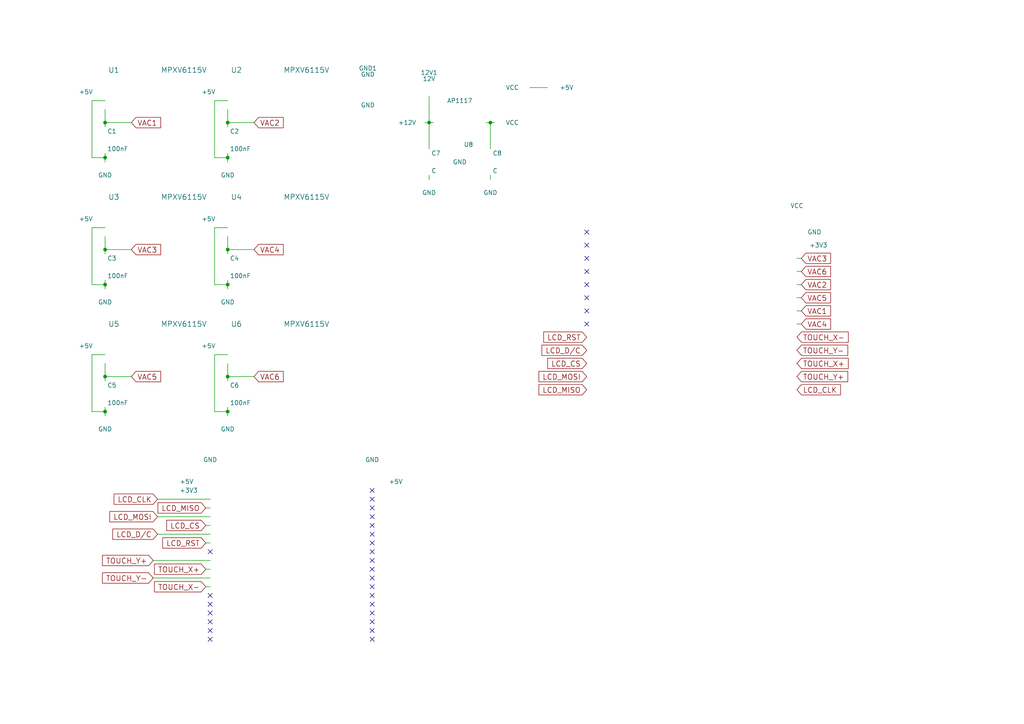
<source format=kicad_sch>
(kicad_sch (version 20230121) (generator eeschema)
  (paper "A4")
  (lib_symbols)
  (junction (at 30.48 109.22))
  (junction (at 30.48 45.72))
  (junction (at 142.24 35.56))
  (junction (at 66.04 35.56))
  (junction (at 124.46 35.56))
  (junction (at 66.04 82.55))
  (junction (at 30.48 119.38))
  (junction (at 30.48 35.56))
  (junction (at 66.04 119.38))
  (junction (at 66.04 45.72))
  (junction (at 30.48 72.39))
  (junction (at 66.04 109.22))
  (junction (at 30.48 82.55))
  (junction (at 66.04 72.39))
  (no_connect (at 170.18 86.36))
  (no_connect (at 107.95 142.24))
  (no_connect (at 107.95 182.88))
  (no_connect (at 170.18 78.74))
  (no_connect (at 107.95 177.8))
  (no_connect (at 60.96 172.72))
  (no_connect (at 107.95 160.02))
  (no_connect (at 60.96 177.8))
  (no_connect (at 107.95 170.18))
  (no_connect (at 60.96 175.26))
  (no_connect (at 107.95 157.48))
  (no_connect (at 107.95 180.34))
  (no_connect (at 170.18 71.12))
  (no_connect (at 107.95 149.86))
  (no_connect (at 107.95 147.32))
  (no_connect (at 170.18 90.17))
  (no_connect (at 107.95 144.78))
  (no_connect (at 60.96 180.34))
  (no_connect (at 107.95 167.64))
  (no_connect (at 170.18 67.31))
  (no_connect (at 107.95 154.94))
  (no_connect (at 170.18 82.55))
  (no_connect (at 107.95 185.42))
  (no_connect (at 107.95 172.72))
  (no_connect (at 60.96 182.88))
  (no_connect (at 107.95 165.1))
  (no_connect (at 107.95 152.4))
  (no_connect (at 60.96 160.02))
  (no_connect (at 60.96 185.42))
  (no_connect (at 170.18 74.93))
  (no_connect (at 170.18 93.98))
  (no_connect (at 107.95 175.26))
  (no_connect (at 107.95 162.56))
  (wire (pts (xy 62.23 29.21) (xy 62.23 45.72)))
  (wire (pts (xy 231.14 93.98) (xy 232.41 93.98)))
  (wire (pts (xy 66.04 29.21) (xy 62.23 29.21)))
  (wire (pts (xy 66.04 119.38) (xy 66.04 120.65)))
  (wire (pts (xy 30.48 72.39) (xy 30.48 73.66)))
  (wire (pts (xy 26.67 66.04) (xy 26.67 82.55)))
  (wire (pts (xy 30.48 31.75) (xy 30.48 35.56)))
  (wire (pts (xy 59.69 165.1) (xy 60.96 165.1)))
  (wire (pts (xy 26.67 45.72) (xy 30.48 45.72)))
  (wire (pts (xy 62.23 102.87) (xy 62.23 119.38)))
  (wire (pts (xy 45.72 149.86) (xy 60.96 149.86)))
  (wire (pts (xy 66.04 45.72) (xy 66.04 46.99)))
  (wire (pts (xy 30.48 66.04) (xy 26.67 66.04)))
  (wire (pts (xy 66.04 35.56) (xy 73.66 35.56)))
  (wire (pts (xy 62.23 45.72) (xy 66.04 45.72)))
  (wire (pts (xy 124.46 50.8) (xy 124.46 52.07)))
  (wire (pts (xy 62.23 66.04) (xy 62.23 82.55)))
  (wire (pts (xy 231.14 86.36) (xy 232.41 86.36)))
  (wire (pts (xy 30.48 109.22) (xy 30.48 110.49)))
  (wire (pts (xy 30.48 68.58) (xy 30.48 72.39)))
  (wire (pts (xy 26.67 82.55) (xy 30.48 82.55)))
  (wire (pts (xy 60.96 167.64) (xy 44.45 167.64)))
  (wire (pts (xy 30.48 82.55) (xy 30.48 83.82)))
  (wire (pts (xy 66.04 81.28) (xy 66.04 82.55)))
  (wire (pts (xy 30.48 72.39) (xy 38.1 72.39)))
  (wire (pts (xy 66.04 82.55) (xy 66.04 83.82)))
  (wire (pts (xy 59.69 170.18) (xy 60.96 170.18)))
  (wire (pts (xy 231.14 74.93) (xy 232.41 74.93)))
  (wire (pts (xy 30.48 81.28) (xy 30.48 82.55)))
  (wire (pts (xy 44.45 162.56) (xy 60.96 162.56)))
  (wire (pts (xy 30.48 35.56) (xy 30.48 36.83)))
  (wire (pts (xy 30.48 29.21) (xy 26.67 29.21)))
  (wire (pts (xy 62.23 119.38) (xy 66.04 119.38)))
  (wire (pts (xy 60.96 152.4) (xy 59.69 152.4)))
  (wire (pts (xy 62.23 82.55) (xy 66.04 82.55)))
  (wire (pts (xy 26.67 102.87) (xy 26.67 119.38)))
  (wire (pts (xy 231.14 90.17) (xy 232.41 90.17)))
  (wire (pts (xy 66.04 68.58) (xy 66.04 72.39)))
  (wire (pts (xy 142.24 35.56) (xy 143.51 35.56)))
  (wire (pts (xy 124.46 27.94) (xy 124.46 35.56)))
  (wire (pts (xy 60.96 147.32) (xy 59.69 147.32)))
  (wire (pts (xy 26.67 119.38) (xy 30.48 119.38)))
  (wire (pts (xy 30.48 102.87) (xy 26.67 102.87)))
  (wire (pts (xy 153.67 25.4) (xy 158.75 25.4)))
  (wire (pts (xy 66.04 102.87) (xy 62.23 102.87)))
  (wire (pts (xy 30.48 105.41) (xy 30.48 109.22)))
  (wire (pts (xy 30.48 118.11) (xy 30.48 119.38)))
  (wire (pts (xy 66.04 105.41) (xy 66.04 109.22)))
  (wire (pts (xy 26.67 29.21) (xy 26.67 45.72)))
  (wire (pts (xy 30.48 119.38) (xy 30.48 120.65)))
  (wire (pts (xy 66.04 35.56) (xy 66.04 36.83)))
  (wire (pts (xy 60.96 144.78) (xy 45.72 144.78)))
  (wire (pts (xy 59.69 157.48) (xy 60.96 157.48)))
  (wire (pts (xy 66.04 72.39) (xy 73.66 72.39)))
  (wire (pts (xy 231.14 78.74) (xy 232.41 78.74)))
  (wire (pts (xy 66.04 66.04) (xy 62.23 66.04)))
  (wire (pts (xy 66.04 72.39) (xy 66.04 73.66)))
  (wire (pts (xy 124.46 35.56) (xy 125.73 35.56)))
  (wire (pts (xy 66.04 31.75) (xy 66.04 35.56)))
  (wire (pts (xy 140.97 35.56) (xy 142.24 35.56)))
  (wire (pts (xy 124.46 35.56) (xy 124.46 43.18)))
  (wire (pts (xy 231.14 82.55) (xy 232.41 82.55)))
  (wire (pts (xy 30.48 109.22) (xy 38.1 109.22)))
  (wire (pts (xy 30.48 45.72) (xy 30.48 46.99)))
  (wire (pts (xy 30.48 44.45) (xy 30.48 45.72)))
  (wire (pts (xy 30.48 35.56) (xy 38.1 35.56)))
  (wire (pts (xy 66.04 118.11) (xy 66.04 119.38)))
  (wire (pts (xy 66.04 109.22) (xy 66.04 110.49)))
  (wire (pts (xy 66.04 109.22) (xy 73.66 109.22)))
  (wire (pts (xy 45.72 154.94) (xy 60.96 154.94)))
  (wire (pts (xy 142.24 50.8) (xy 142.24 52.07)))
  (wire (pts (xy 142.24 35.56) (xy 142.24 43.18)))
  (wire (pts (xy 66.04 44.45) (xy 66.04 45.72)))
  (wire (pts (xy 123.19 35.56) (xy 124.46 35.56)))
  (global_label "TOUCH_X+" (shape input) (at 59.69 165.1 180) (effects (font (size 1.524 1.524))) (property "Intersheetrefs" "${INTERSHEET_REFS}" (effects hide)))
  (global_label "VAC6" (shape input) (at 232.41 78.74 0) (effects (font (size 1.524 1.524))) (property "Intersheetrefs" "${INTERSHEET_REFS}" (effects hide)))
  (global_label "VAC1" (shape input) (at 232.41 90.17 0) (effects (font (size 1.524 1.524))) (property "Intersheetrefs" "${INTERSHEET_REFS}" (effects hide)))
  (global_label "LCD_MISO" (shape input) (at 59.69 147.32 180) (effects (font (size 1.524 1.524))) (property "Intersheetrefs" "${INTERSHEET_REFS}" (effects hide)))
  (global_label "LCD_RST" (shape input) (at 59.69 157.48 180) (effects (font (size 1.524 1.524))) (property "Intersheetrefs" "${INTERSHEET_REFS}" (effects hide)))
  (global_label "VAC3" (shape input) (at 38.1 72.39 0) (effects (font (size 1.524 1.524))) (property "Intersheetrefs" "${INTERSHEET_REFS}" (effects hide)))
  (global_label "VAC3" (shape input) (at 232.41 74.93 0) (effects (font (size 1.524 1.524))) (property "Intersheetrefs" "${INTERSHEET_REFS}" (effects hide)))
  (global_label "LCD_MISO" (shape input) (at 170.18 113.03 180) (effects (font (size 1.524 1.524))) (property "Intersheetrefs" "${INTERSHEET_REFS}" (effects hide)))
  (global_label "VAC1" (shape input) (at 38.1 35.56 0) (effects (font (size 1.524 1.524))) (property "Intersheetrefs" "${INTERSHEET_REFS}" (effects hide)))
  (global_label "LCD_CS" (shape input) (at 59.69 152.4 180) (effects (font (size 1.524 1.524))) (property "Intersheetrefs" "${INTERSHEET_REFS}" (effects hide)))
  (global_label "VAC6" (shape input) (at 73.66 109.22 0) (effects (font (size 1.524 1.524))) (property "Intersheetrefs" "${INTERSHEET_REFS}" (effects hide)))
  (global_label "LCD_RST" (shape input) (at 170.18 97.79 180) (effects (font (size 1.524 1.524))) (property "Intersheetrefs" "${INTERSHEET_REFS}" (effects hide)))
  (global_label "TOUCH_Y-" (shape input) (at 231.14 101.6 0) (effects (font (size 1.524 1.524))) (property "Intersheetrefs" "${INTERSHEET_REFS}" (effects hide)))
  (global_label "VAC4" (shape input) (at 232.41 93.98 0) (effects (font (size 1.524 1.524))) (property "Intersheetrefs" "${INTERSHEET_REFS}" (effects hide)))
  (global_label "LCD_MOSI" (shape input) (at 170.18 109.22 180) (effects (font (size 1.524 1.524))) (property "Intersheetrefs" "${INTERSHEET_REFS}" (effects hide)))
  (global_label "LCD_D/C" (shape input) (at 45.72 154.94 180) (effects (font (size 1.524 1.524))) (property "Intersheetrefs" "${INTERSHEET_REFS}" (effects hide)))
  (global_label "LCD_CS" (shape input) (at 170.18 105.41 180) (effects (font (size 1.524 1.524))) (property "Intersheetrefs" "${INTERSHEET_REFS}" (effects hide)))
  (global_label "TOUCH_X-" (shape input) (at 59.69 170.18 180) (effects (font (size 1.524 1.524))) (property "Intersheetrefs" "${INTERSHEET_REFS}" (effects hide)))
  (global_label "LCD_D/C" (shape input) (at 170.18 101.6 180) (effects (font (size 1.524 1.524))) (property "Intersheetrefs" "${INTERSHEET_REFS}" (effects hide)))
  (global_label "VAC2" (shape input) (at 232.41 82.55 0) (effects (font (size 1.524 1.524))) (property "Intersheetrefs" "${INTERSHEET_REFS}" (effects hide)))
  (global_label "TOUCH_X-" (shape input) (at 231.14 97.79 0) (effects (font (size 1.524 1.524))) (property "Intersheetrefs" "${INTERSHEET_REFS}" (effects hide)))
  (global_label "VAC5" (shape input) (at 38.1 109.22 0) (effects (font (size 1.524 1.524))) (property "Intersheetrefs" "${INTERSHEET_REFS}" (effects hide)))
  (global_label "VAC4" (shape input) (at 73.66 72.39 0) (effects (font (size 1.524 1.524))) (property "Intersheetrefs" "${INTERSHEET_REFS}" (effects hide)))
  (global_label "LCD_CLK" (shape input) (at 231.14 113.03 0) (effects (font (size 1.524 1.524))) (property "Intersheetrefs" "${INTERSHEET_REFS}" (effects hide)))
  (global_label "TOUCH_Y+" (shape input) (at 231.14 109.22 0) (effects (font (size 1.524 1.524))) (property "Intersheetrefs" "${INTERSHEET_REFS}" (effects hide)))
  (global_label "TOUCH_Y+" (shape input) (at 44.45 162.56 180) (effects (font (size 1.524 1.524))) (property "Intersheetrefs" "${INTERSHEET_REFS}" (effects hide)))
  (global_label "TOUCH_Y-" (shape input) (at 44.45 167.64 180) (effects (font (size 1.524 1.524))) (property "Intersheetrefs" "${INTERSHEET_REFS}" (effects hide)))
  (global_label "VAC2" (shape input) (at 73.66 35.56 0) (effects (font (size 1.524 1.524))) (property "Intersheetrefs" "${INTERSHEET_REFS}" (effects hide)))
  (global_label "LCD_MOSI" (shape input) (at 45.72 149.86 180) (effects (font (size 1.524 1.524))) (property "Intersheetrefs" "${INTERSHEET_REFS}" (effects hide)))
  (global_label "VAC5" (shape input) (at 232.41 86.36 0) (effects (font (size 1.524 1.524))) (property "Intersheetrefs" "${INTERSHEET_REFS}" (effects hide)))
  (global_label "LCD_CLK" (shape input) (at 45.72 144.78 180) (effects (font (size 1.524 1.524))) (property "Intersheetrefs" "${INTERSHEET_REFS}" (effects hide)))
  (global_label "TOUCH_X+" (shape input) (at 231.14 105.41 0) (effects (font (size 1.524 1.524))) (property "Intersheetrefs" "${INTERSHEET_REFS}" (effects hide)))
  (symbol (lib_id "GND") (at 60.96 137.16 0) (mirror x) (unit 1)
    (property "Reference" "#PWR01" (effects hide))
    (property "Value" "GND" (at 60.96 133.35 0))
  )
  (symbol (lib_id "+5V") (at 60.96 139.7 90) (mirror x) (unit 1)
    (property "Reference" "#PWR02" (effects hide))
    (property "Value" "+5V" (at 52.07 139.7 90) (effects (justify right)))
  )
  (symbol (lib_id "+3V3") (at 60.96 142.24 90) (mirror x) (unit 1)
    (property "Reference" "#PWR03" (effects hide))
    (property "Value" "+3V3" (at 52.07 142.24 90) (effects (justify right)))
  )
  (symbol (lib_id "MPXV6115V") (at 41.91 27.94 0) (unit 1)
    (property "Reference" "U1" (at 33.02 20.32 0) (effects (font (size 1.524 1.524))))
    (property "Value" "MPXV6115V" (at 53.34 20.32 0) (effects (font (size 1.524 1.524))))
    (property "Footprint" "NQBit:MPXV6115V" (effects hide))
  )
  (symbol (lib_id "C") (at 30.48 40.64 0) (unit 1)
    (property "Reference" "C1" (at 31.115 38.1 0) (effects (justify left)))
    (property "Value" "100nF" (at 31.115 43.18 0) (effects (justify left)))
    (property "Footprint" "Capacitors_SMD:C_0603_HandSoldering" (effects hide))
  )
  (symbol (lib_id "GND") (at 30.48 46.99 0) (unit 1)
    (property "Reference" "#PWR04" (effects hide))
    (property "Value" "GND" (at 30.48 50.8 0))
  )
  (symbol (lib_id "+5V") (at 30.48 26.67 90) (unit 1)
    (property "Reference" "#PWR05" (effects hide))
    (property "Value" "+5V" (at 22.86 26.67 90) (effects (justify right)))
  )
  (symbol (lib_id "MPXV6115V") (at 77.47 27.94 0) (unit 1)
    (property "Reference" "U2" (at 68.58 20.32 0) (effects (font (size 1.524 1.524))))
    (property "Value" "MPXV6115V" (at 88.9 20.32 0) (effects (font (size 1.524 1.524))))
    (property "Footprint" "NQBit:MPXV6115V" (effects hide))
  )
  (symbol (lib_id "C") (at 66.04 40.64 0) (unit 1)
    (property "Reference" "C2" (at 66.675 38.1 0) (effects (justify left)))
    (property "Value" "100nF" (at 66.675 43.18 0) (effects (justify left)))
    (property "Footprint" "Capacitors_SMD:C_0603_HandSoldering" (effects hide))
  )
  (symbol (lib_id "GND") (at 66.04 46.99 0) (unit 1)
    (property "Reference" "#PWR06" (effects hide))
    (property "Value" "GND" (at 66.04 50.8 0))
  )
  (symbol (lib_id "+5V") (at 66.04 26.67 90) (unit 1)
    (property "Reference" "#PWR07" (effects hide))
    (property "Value" "+5V" (at 58.42 26.67 90) (effects (justify right)))
  )
  (symbol (lib_id "MPXV6115V") (at 41.91 64.77 0) (unit 1)
    (property "Reference" "U3" (at 33.02 57.15 0) (effects (font (size 1.524 1.524))))
    (property "Value" "MPXV6115V" (at 53.34 57.15 0) (effects (font (size 1.524 1.524))))
    (property "Footprint" "NQBit:MPXV6115V" (effects hide))
  )
  (symbol (lib_id "C") (at 30.48 77.47 0) (unit 1)
    (property "Reference" "C3" (at 31.115 74.93 0) (effects (justify left)))
    (property "Value" "100nF" (at 31.115 80.01 0) (effects (justify left)))
    (property "Footprint" "Capacitors_SMD:C_0603_HandSoldering" (effects hide))
  )
  (symbol (lib_id "GND") (at 30.48 83.82 0) (unit 1)
    (property "Reference" "#PWR08" (effects hide))
    (property "Value" "GND" (at 30.48 87.63 0))
  )
  (symbol (lib_id "+5V") (at 30.48 63.5 90) (unit 1)
    (property "Reference" "#PWR09" (effects hide))
    (property "Value" "+5V" (at 22.86 63.5 90) (effects (justify right)))
  )
  (symbol (lib_id "MPXV6115V") (at 77.47 64.77 0) (unit 1)
    (property "Reference" "U4" (at 68.58 57.15 0) (effects (font (size 1.524 1.524))))
    (property "Value" "MPXV6115V" (at 88.9 57.15 0) (effects (font (size 1.524 1.524))))
    (property "Footprint" "NQBit:MPXV6115V" (effects hide))
  )
  (symbol (lib_id "C") (at 66.04 77.47 0) (unit 1)
    (property "Reference" "C4" (at 66.675 74.93 0) (effects (justify left)))
    (property "Value" "100nF" (at 66.675 80.01 0) (effects (justify left)))
    (property "Footprint" "Capacitors_SMD:C_0603_HandSoldering" (effects hide))
  )
  (symbol (lib_id "GND") (at 66.04 83.82 0) (unit 1)
    (property "Reference" "#PWR010" (effects hide))
    (property "Value" "GND" (at 66.04 87.63 0))
  )
  (symbol (lib_id "+5V") (at 66.04 63.5 90) (unit 1)
    (property "Reference" "#PWR011" (effects hide))
    (property "Value" "+5V" (at 58.42 63.5 90) (effects (justify right)))
  )
  (symbol (lib_id "MPXV6115V") (at 41.91 101.6 0) (unit 1)
    (property "Reference" "U5" (at 33.02 93.98 0) (effects (font (size 1.524 1.524))))
    (property "Value" "MPXV6115V" (at 53.34 93.98 0) (effects (font (size 1.524 1.524))))
    (property "Footprint" "NQBit:MPXV6115V" (effects hide))
  )
  (symbol (lib_id "C") (at 30.48 114.3 0) (unit 1)
    (property "Reference" "C5" (at 31.115 111.76 0) (effects (justify left)))
    (property "Value" "100nF" (at 31.115 116.84 0) (effects (justify left)))
    (property "Footprint" "Capacitors_SMD:C_0603_HandSoldering" (effects hide))
  )
  (symbol (lib_id "GND") (at 30.48 120.65 0) (unit 1)
    (property "Reference" "#PWR012" (effects hide))
    (property "Value" "GND" (at 30.48 124.46 0))
  )
  (symbol (lib_id "+5V") (at 30.48 100.33 90) (unit 1)
    (property "Reference" "#PWR013" (effects hide))
    (property "Value" "+5V" (at 22.86 100.33 90) (effects (justify right)))
  )
  (symbol (lib_id "MPXV6115V") (at 77.47 101.6 0) (unit 1)
    (property "Reference" "U6" (at 68.58 93.98 0) (effects (font (size 1.524 1.524))))
    (property "Value" "MPXV6115V" (at 88.9 93.98 0) (effects (font (size 1.524 1.524))))
    (property "Footprint" "NQBit:MPXV6115V" (effects hide))
  )
  (symbol (lib_id "C") (at 66.04 114.3 0) (unit 1)
    (property "Reference" "C6" (at 66.675 111.76 0) (effects (justify left)))
    (property "Value" "100nF" (at 66.675 116.84 0) (effects (justify left)))
    (property "Footprint" "Capacitors_SMD:C_0603_HandSoldering" (effects hide))
  )
  (symbol (lib_id "GND") (at 66.04 120.65 0) (unit 1)
    (property "Reference" "#PWR014" (effects hide))
    (property "Value" "GND" (at 66.04 124.46 0))
  )
  (symbol (lib_id "+5V") (at 66.04 100.33 90) (unit 1)
    (property "Reference" "#PWR015" (effects hide))
    (property "Value" "+5V" (at 58.42 100.33 90) (effects (justify right)))
  )
  (symbol (lib_id "TEENSY_3.2") (at 200.66 87.63 0) (unit 1)
    (property "Reference" "U7" (at 200.66 119.38 0) (effects (font (size 1.524 1.524))))
    (property "Value" "TEENSY_3.2" (at 200.66 57.15 0) (effects (font (size 1.524 1.524))))
    (property "Footprint" "NQBit:TEENSY_3.2" (effects hide))
  )
  (symbol (lib_id "GND") (at 170.18 63.5 270) (unit 1)
    (property "Reference" "#PWR016" (effects hide))
    (property "Value" "GND" (at 165.1 63.5 90))
  )
  (symbol (lib_id "VCC") (at 231.14 63.5 0) (unit 1)
    (property "Reference" "#PWR017" (effects hide))
    (property "Value" "VCC" (at 231.14 59.69 0))
  )
  (symbol (lib_id "GND") (at 231.14 67.31 90) (unit 1)
    (property "Reference" "#PWR018" (effects hide))
    (property "Value" "GND" (at 236.22 67.31 90))
  )
  (symbol (lib_id "+3V3") (at 231.14 71.12 270) (unit 1)
    (property "Reference" "#PWR019" (effects hide))
    (property "Value" "+3V3" (at 240.03 71.12 90) (effects (justify right)))
  )
  (symbol (lib_id "ILI9341_Adafruit") (at 85.09 162.56 0) (unit 1)
    (property "Reference" "LCD1" (at 85.09 190.5 0) (effects (font (size 1.524 1.524))))
    (property "Value" "ILI9341_Adafruit" (at 85.09 133.35 0) (effects (font (size 1.524 1.524))))
    (property "Footprint" "NQBit:ADAFRUIT_LCD" (effects hide))
  )
  (symbol (lib_id "+5V") (at 107.95 139.7 270) (mirror x) (unit 1)
    (property "Reference" "#PWR020" (effects hide))
    (property "Value" "+5V" (at 116.84 139.7 90) (effects (justify right)))
  )
  (symbol (lib_id "GND") (at 107.95 137.16 0) (mirror x) (unit 1)
    (property "Reference" "#PWR021" (effects hide))
    (property "Value" "GND" (at 107.95 133.35 0))
  )
  (symbol (lib_id "GND") (at 133.35 43.18 0) (unit 1)
    (property "Reference" "#PWR022" (effects hide))
    (property "Value" "GND" (at 133.35 46.99 0))
  )
  (symbol (lib_id "VCC") (at 143.51 35.56 270) (unit 1)
    (property "Reference" "#PWR023" (effects hide))
    (property "Value" "VCC" (at 148.59 35.56 90))
  )
  (symbol (lib_id "+12V") (at 123.19 35.56 90) (unit 1)
    (property "Reference" "#PWR024" (effects hide))
    (property "Value" "+12V" (at 118.11 35.56 90))
  )
  (symbol (lib_id "AP1117") (at 133.35 35.56 0) (unit 1)
    (property "Reference" "U8" (at 135.89 41.91 0))
    (property "Value" "AP1117" (at 133.35 29.21 0))
    (property "Footprint" "TO_SOT_Packages_THT:TO-92_Horizontal1_Inline_Narrow_Oval" (effects hide))
  )
  (symbol (lib_id "VCC") (at 153.67 25.4 90) (unit 1)
    (property "Reference" "#PWR025" (effects hide))
    (property "Value" "VCC" (at 148.59 25.4 90))
  )
  (symbol (lib_id "+5V") (at 158.75 25.4 270) (unit 1)
    (property "Reference" "#PWR026" (effects hide))
    (property "Value" "+5V" (at 166.37 25.4 90) (effects (justify right)))
  )
  (symbol (lib_id "C") (at 142.24 46.99 0) (unit 1)
    (property "Reference" "C8" (at 142.875 44.45 0) (effects (justify left)))
    (property "Value" "C" (at 142.875 49.53 0) (effects (justify left)))
    (property "Footprint" "Capacitors_SMD:c_elec_5x5.7" (effects hide))
  )
  (symbol (lib_id "C") (at 124.46 46.99 0) (unit 1)
    (property "Reference" "C7" (at 125.095 44.45 0) (effects (justify left)))
    (property "Value" "C" (at 125.095 49.53 0) (effects (justify left)))
    (property "Footprint" "Capacitors_SMD:c_elec_5x5.7" (effects hide))
  )
  (symbol (lib_id "GND") (at 142.24 52.07 0) (unit 1)
    (property "Reference" "#PWR027" (effects hide))
    (property "Value" "GND" (at 142.24 55.88 0))
  )
  (symbol (lib_id "GND") (at 124.46 52.07 0) (unit 1)
    (property "Reference" "#PWR028" (effects hide))
    (property "Value" "GND" (at 124.46 55.88 0))
  )
  (symbol (lib_id "TEST_1P") (at 124.46 27.94 0) (unit 1)
    (property "Reference" "12V1" (at 124.46 21.082 0))
    (property "Value" "12V" (at 124.46 22.86 0))
    (property "Footprint" "Measurement_Points:Measurement_Point_Round-TH_Big" (effects hide))
  )
  (symbol (lib_id "TEST_1P") (at 106.68 26.67 0) (unit 1)
    (property "Reference" "GND1" (at 106.68 19.812 0))
    (property "Value" "GND" (at 106.68 21.59 0))
    (property "Footprint" "Measurement_Points:Measurement_Point_Round-TH_Big" (effects hide))
  )
  (symbol (lib_id "GND") (at 106.68 26.67 0) (unit 1)
    (property "Reference" "#PWR029" (effects hide))
    (property "Value" "GND" (at 106.68 30.48 0))
  )
)
</source>
